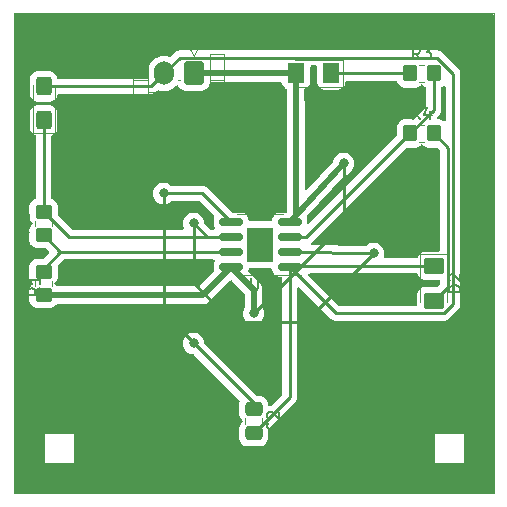
<source format=gbr>
%TF.GenerationSoftware,KiCad,Pcbnew,7.0.8*%
%TF.CreationDate,2023-10-12T16:47:57-07:00*%
%TF.ProjectId,lab2 KiCad,6c616232-204b-4694-9361-642e6b696361,rev?*%
%TF.SameCoordinates,Original*%
%TF.FileFunction,Legend,Bot*%
%TF.FilePolarity,Positive*%
%FSLAX46Y46*%
G04 Gerber Fmt 4.6, Leading zero omitted, Abs format (unit mm)*
G04 Created by KiCad (PCBNEW 7.0.8) date 2023-10-12 16:47:57*
%MOMM*%
%LPD*%
G01*
G04 APERTURE LIST*
G04 Aperture macros list*
%AMRoundRect*
0 Rectangle with rounded corners*
0 $1 Rounding radius*
0 $2 $3 $4 $5 $6 $7 $8 $9 X,Y pos of 4 corners*
0 Add a 4 corners polygon primitive as box body*
4,1,4,$2,$3,$4,$5,$6,$7,$8,$9,$2,$3,0*
0 Add four circle primitives for the rounded corners*
1,1,$1+$1,$2,$3*
1,1,$1+$1,$4,$5*
1,1,$1+$1,$6,$7*
1,1,$1+$1,$8,$9*
0 Add four rect primitives between the rounded corners*
20,1,$1+$1,$2,$3,$4,$5,0*
20,1,$1+$1,$4,$5,$6,$7,0*
20,1,$1+$1,$6,$7,$8,$9,0*
20,1,$1+$1,$8,$9,$2,$3,0*%
G04 Aperture macros list end*
%TA.AperFunction,SMDPad,CuDef*%
%ADD10RoundRect,0.150000X0.825000X0.150000X-0.825000X0.150000X-0.825000X-0.150000X0.825000X-0.150000X0*%
%TD*%
%TA.AperFunction,SMDPad,CuDef*%
%ADD11R,2.290000X3.000000*%
%TD*%
%TA.AperFunction,SMDPad,CuDef*%
%ADD12RoundRect,0.250000X-0.350000X-0.450000X0.350000X-0.450000X0.350000X0.450000X-0.350000X0.450000X0*%
%TD*%
%TA.AperFunction,SMDPad,CuDef*%
%ADD13RoundRect,0.250000X0.450000X-0.350000X0.450000X0.350000X-0.450000X0.350000X-0.450000X-0.350000X0*%
%TD*%
%TA.AperFunction,ComponentPad*%
%ADD14RoundRect,0.250000X0.600000X0.750000X-0.600000X0.750000X-0.600000X-0.750000X0.600000X-0.750000X0*%
%TD*%
%TA.AperFunction,ComponentPad*%
%ADD15O,1.700000X2.000000*%
%TD*%
%TA.AperFunction,SMDPad,CuDef*%
%ADD16RoundRect,0.250001X-0.624999X0.462499X-0.624999X-0.462499X0.624999X-0.462499X0.624999X0.462499X0*%
%TD*%
%TA.AperFunction,SMDPad,CuDef*%
%ADD17RoundRect,0.250001X0.462499X0.624999X-0.462499X0.624999X-0.462499X-0.624999X0.462499X-0.624999X0*%
%TD*%
%TA.AperFunction,SMDPad,CuDef*%
%ADD18RoundRect,0.250000X-0.475000X0.337500X-0.475000X-0.337500X0.475000X-0.337500X0.475000X0.337500X0*%
%TD*%
%TA.AperFunction,SMDPad,CuDef*%
%ADD19RoundRect,0.250000X0.425000X-0.537500X0.425000X0.537500X-0.425000X0.537500X-0.425000X-0.537500X0*%
%TD*%
%TA.AperFunction,ViaPad*%
%ADD20C,0.800000*%
%TD*%
%TA.AperFunction,Conductor*%
%ADD21C,0.500000*%
%TD*%
%TA.AperFunction,Conductor*%
%ADD22C,0.250000*%
%TD*%
%ADD23C,0.150000*%
%ADD24C,0.120000*%
%TA.AperFunction,Profile*%
%ADD25C,0.100000*%
%TD*%
G04 APERTURE END LIST*
D10*
%TO.P,U1,1,GND*%
%TO.N,GND*%
X183385000Y-110375000D03*
%TO.P,U1,2,TR*%
%TO.N,/pin_2*%
X183385000Y-109105000D03*
%TO.P,U1,3,Q*%
%TO.N,/pin_3*%
X183385000Y-107835000D03*
%TO.P,U1,4,R*%
%TO.N,+9V*%
X183385000Y-106565000D03*
%TO.P,U1,5,CV*%
%TO.N,Net-(U1-CV)*%
X178435000Y-106565000D03*
%TO.P,U1,6,THR*%
%TO.N,/pin_2*%
X178435000Y-107835000D03*
%TO.P,U1,7,DIS*%
%TO.N,/pin_7*%
X178435000Y-109105000D03*
%TO.P,U1,8,VCC*%
%TO.N,+9V*%
X178435000Y-110375000D03*
D11*
%TO.P,U1,9*%
%TO.N,N/C*%
X180910000Y-108470000D03*
%TD*%
D12*
%TO.P,R4,1*%
%TO.N,/pin_3*%
X193580000Y-99060000D03*
%TO.P,R4,2*%
%TO.N,Net-(D2-A)*%
X195580000Y-99060000D03*
%TD*%
%TO.P,R3,1*%
%TO.N,Net-(D1-K)*%
X193580000Y-93980000D03*
%TO.P,R3,2*%
%TO.N,/pin_3*%
X195580000Y-93980000D03*
%TD*%
D13*
%TO.P,R2,1*%
%TO.N,/pin_7*%
X162560000Y-107680000D03*
%TO.P,R2,2*%
%TO.N,/pin_2*%
X162560000Y-105680000D03*
%TD*%
%TO.P,R1,1*%
%TO.N,+9V*%
X162560000Y-112760000D03*
%TO.P,R1,2*%
%TO.N,/pin_7*%
X162560000Y-110760000D03*
%TD*%
D14*
%TO.P,J1,1,Pin_1*%
%TO.N,+9V*%
X175260000Y-93980000D03*
D15*
%TO.P,J1,2,Pin_2*%
%TO.N,GND*%
X172760000Y-93980000D03*
%TD*%
D16*
%TO.P,D2,1,K*%
%TO.N,GND*%
X195580000Y-110272500D03*
%TO.P,D2,2,A*%
%TO.N,Net-(D2-A)*%
X195580000Y-113247500D03*
%TD*%
D17*
%TO.P,D1,1,K*%
%TO.N,Net-(D1-K)*%
X186907500Y-93980000D03*
%TO.P,D1,2,A*%
%TO.N,+9V*%
X183932500Y-93980000D03*
%TD*%
D18*
%TO.P,C2,1*%
%TO.N,Net-(U1-CV)*%
X180340000Y-122385000D03*
%TO.P,C2,2*%
%TO.N,GND*%
X180340000Y-124460000D03*
%TD*%
D19*
%TO.P,C1,1*%
%TO.N,/pin_2*%
X162560000Y-97957500D03*
%TO.P,C1,2*%
%TO.N,GND*%
X162560000Y-95082500D03*
%TD*%
D20*
%TO.N,+9V*%
X180340000Y-114300000D03*
X187960000Y-101600000D03*
%TO.N,Net-(U1-CV)*%
X172720000Y-104140000D03*
%TO.N,/pin_2*%
X175260000Y-106680000D03*
X190500000Y-109220000D03*
%TO.N,Net-(U1-CV)*%
X175260000Y-116840000D03*
%TD*%
D21*
%TO.N,+9V*%
X183932500Y-93980000D02*
X175260000Y-93980000D01*
D22*
%TO.N,GND*%
X174085000Y-92655000D02*
X195868174Y-92655000D01*
D21*
%TO.N,+9V*%
X180340000Y-114300000D02*
X180340000Y-112280000D01*
X180340000Y-112280000D02*
X178435000Y-110375000D01*
D22*
X187960000Y-101600000D02*
X187960000Y-101990000D01*
D21*
X183385000Y-106565000D02*
X187960000Y-101600000D01*
D22*
%TO.N,Net-(U1-CV)*%
X172720000Y-104140000D02*
X176010000Y-104140000D01*
X176010000Y-104140000D02*
X178435000Y-106565000D01*
%TO.N,/pin_2*%
X175260000Y-106680000D02*
X176415000Y-107835000D01*
X176415000Y-107835000D02*
X178435000Y-107835000D01*
X190500000Y-109220000D02*
X190385000Y-109105000D01*
X183385000Y-109105000D02*
X190500000Y-109220000D01*
%TO.N,/pin_7*%
X162560000Y-110760000D02*
X162560000Y-110530000D01*
X162560000Y-110530000D02*
X163985000Y-109105000D01*
%TO.N,GND*%
X172760000Y-93980000D02*
X174085000Y-92655000D01*
X195868174Y-92655000D02*
X197230000Y-94016826D01*
X197230000Y-94016826D02*
X197230000Y-113498172D01*
X197230000Y-113498172D02*
X196443172Y-114285000D01*
X196443172Y-114285000D02*
X187295000Y-114285000D01*
X187295000Y-114285000D02*
X183385000Y-110375000D01*
D21*
%TO.N,+9V*%
X162560000Y-112760000D02*
X176050000Y-112760000D01*
X176050000Y-112760000D02*
X178435000Y-110375000D01*
D22*
%TO.N,/pin_7*%
X162560000Y-107680000D02*
X163985000Y-109105000D01*
X163985000Y-109105000D02*
X178435000Y-109105000D01*
%TO.N,/pin_2*%
X162560000Y-105680000D02*
X164715000Y-107835000D01*
X164715000Y-107835000D02*
X178435000Y-107835000D01*
X162560000Y-97957500D02*
X162560000Y-105680000D01*
%TO.N,GND*%
X172760000Y-93980000D02*
X171657500Y-95082500D01*
X171657500Y-95082500D02*
X162560000Y-95082500D01*
D21*
%TO.N,+9V*%
X183932500Y-93980000D02*
X183932500Y-106017500D01*
D22*
X183932500Y-106017500D02*
X183385000Y-106565000D01*
%TO.N,Net-(D1-K)*%
X193580000Y-93980000D02*
X186907500Y-93980000D01*
%TO.N,/pin_3*%
X195580000Y-93980000D02*
X195580000Y-97060000D01*
X195580000Y-97060000D02*
X193580000Y-99060000D01*
X193580000Y-99060000D02*
X184805000Y-107835000D01*
X184805000Y-107835000D02*
X183385000Y-107835000D01*
%TO.N,Net-(D2-A)*%
X195580000Y-113247500D02*
X196780000Y-112047500D01*
X196780000Y-100260000D02*
X195580000Y-99060000D01*
X196780000Y-112047500D02*
X196780000Y-100260000D01*
%TO.N,GND*%
X195580000Y-110272500D02*
X183487500Y-110272500D01*
X183487500Y-110272500D02*
X183385000Y-110375000D01*
X180340000Y-124460000D02*
X183385000Y-121415000D01*
X183385000Y-121415000D02*
X183385000Y-110375000D01*
%TO.N,Net-(U1-CV)*%
X180340000Y-121920000D02*
X175260000Y-116840000D01*
X180340000Y-122385000D02*
X180340000Y-121920000D01*
%TD*%
%TA.AperFunction,NonConductor*%
G36*
X200602539Y-88920185D02*
G01*
X200648294Y-88972989D01*
X200659500Y-89024500D01*
X200659500Y-129415500D01*
X200639815Y-129482539D01*
X200587011Y-129528294D01*
X200535500Y-129539500D01*
X160144500Y-129539500D01*
X160077461Y-129519815D01*
X160031706Y-129467011D01*
X160020500Y-129415500D01*
X160020500Y-126975889D01*
X162559416Y-126975889D01*
X162559459Y-127000001D01*
X162559500Y-127000099D01*
X162559616Y-127000382D01*
X162559618Y-127000384D01*
X162559808Y-127000462D01*
X162560000Y-127000541D01*
X162560002Y-127000539D01*
X162584616Y-127000524D01*
X162584616Y-127000528D01*
X162584760Y-127000500D01*
X165075240Y-127000500D01*
X165075383Y-127000528D01*
X165075384Y-127000524D01*
X165099997Y-127000539D01*
X165100000Y-127000541D01*
X165100383Y-127000383D01*
X165100500Y-127000099D01*
X165100541Y-127000000D01*
X165100540Y-126999997D01*
X165100583Y-126975889D01*
X195579416Y-126975889D01*
X195579459Y-127000001D01*
X195579500Y-127000099D01*
X195579616Y-127000382D01*
X195579618Y-127000384D01*
X195579808Y-127000462D01*
X195580000Y-127000541D01*
X195580002Y-127000539D01*
X195604616Y-127000524D01*
X195604616Y-127000528D01*
X195604760Y-127000500D01*
X198095240Y-127000500D01*
X198095383Y-127000528D01*
X198095384Y-127000524D01*
X198119997Y-127000539D01*
X198120000Y-127000541D01*
X198120383Y-127000383D01*
X198120500Y-127000099D01*
X198120541Y-127000000D01*
X198120540Y-126999997D01*
X198120583Y-126975889D01*
X198120500Y-126975467D01*
X198120500Y-124484759D01*
X198120528Y-124484616D01*
X198120524Y-124484616D01*
X198120539Y-124460002D01*
X198120541Y-124460000D01*
X198120462Y-124459808D01*
X198120384Y-124459618D01*
X198120382Y-124459616D01*
X198120099Y-124459500D01*
X198120000Y-124459459D01*
X198095446Y-124459459D01*
X198095240Y-124459500D01*
X195604760Y-124459500D01*
X195604554Y-124459459D01*
X195580000Y-124459459D01*
X195579901Y-124459500D01*
X195579617Y-124459616D01*
X195579615Y-124459618D01*
X195579459Y-124459999D01*
X195579476Y-124484616D01*
X195579471Y-124484616D01*
X195579500Y-124484759D01*
X195579500Y-126975467D01*
X195579416Y-126975889D01*
X165100583Y-126975889D01*
X165100500Y-126975467D01*
X165100500Y-124484759D01*
X165100528Y-124484616D01*
X165100524Y-124484616D01*
X165100539Y-124460002D01*
X165100541Y-124460000D01*
X165100462Y-124459808D01*
X165100384Y-124459618D01*
X165100382Y-124459616D01*
X165100099Y-124459500D01*
X165100000Y-124459459D01*
X165075446Y-124459459D01*
X165075240Y-124459500D01*
X162584760Y-124459500D01*
X162584554Y-124459459D01*
X162560000Y-124459459D01*
X162559901Y-124459500D01*
X162559617Y-124459616D01*
X162559615Y-124459618D01*
X162559459Y-124459999D01*
X162559476Y-124484616D01*
X162559471Y-124484616D01*
X162559500Y-124484759D01*
X162559500Y-126975467D01*
X162559416Y-126975889D01*
X160020500Y-126975889D01*
X160020500Y-113160001D01*
X161359500Y-113160001D01*
X161359501Y-113160019D01*
X161370000Y-113262796D01*
X161370001Y-113262799D01*
X161398310Y-113348229D01*
X161425186Y-113429334D01*
X161517288Y-113578656D01*
X161641344Y-113702712D01*
X161790666Y-113794814D01*
X161957203Y-113849999D01*
X162059991Y-113860500D01*
X163060008Y-113860499D01*
X163060016Y-113860498D01*
X163060019Y-113860498D01*
X163116302Y-113854748D01*
X163162797Y-113849999D01*
X163329334Y-113794814D01*
X163478656Y-113702712D01*
X163602712Y-113578656D01*
X163608420Y-113569402D01*
X163660368Y-113522678D01*
X163713958Y-113510500D01*
X175986295Y-113510500D01*
X176004265Y-113511809D01*
X176028023Y-113515289D01*
X176080068Y-113510735D01*
X176085470Y-113510500D01*
X176093704Y-113510500D01*
X176093709Y-113510500D01*
X176105327Y-113509141D01*
X176126276Y-113506693D01*
X176139028Y-113505577D01*
X176202797Y-113499999D01*
X176202805Y-113499996D01*
X176209866Y-113498539D01*
X176209878Y-113498598D01*
X176217243Y-113496965D01*
X176217229Y-113496906D01*
X176224246Y-113495241D01*
X176224255Y-113495241D01*
X176296423Y-113468974D01*
X176369334Y-113444814D01*
X176369343Y-113444807D01*
X176375882Y-113441760D01*
X176375908Y-113441816D01*
X176382690Y-113438532D01*
X176382663Y-113438478D01*
X176389106Y-113435240D01*
X176389117Y-113435237D01*
X176453283Y-113393034D01*
X176518656Y-113352712D01*
X176518662Y-113352705D01*
X176524325Y-113348229D01*
X176524362Y-113348277D01*
X176530204Y-113343518D01*
X176530164Y-113343471D01*
X176535691Y-113338832D01*
X176535696Y-113338830D01*
X176588386Y-113282981D01*
X178347318Y-111524047D01*
X178408641Y-111490563D01*
X178478332Y-111495547D01*
X178522680Y-111524048D01*
X179553181Y-112554549D01*
X179586666Y-112615872D01*
X179589500Y-112642230D01*
X179589500Y-113765677D01*
X179572887Y-113827677D01*
X179512821Y-113931714D01*
X179490966Y-113998978D01*
X179454326Y-114111744D01*
X179434540Y-114300000D01*
X179454326Y-114488256D01*
X179454327Y-114488259D01*
X179512818Y-114668277D01*
X179512821Y-114668284D01*
X179607467Y-114832216D01*
X179734129Y-114972888D01*
X179887265Y-115084148D01*
X179887270Y-115084151D01*
X180060192Y-115161142D01*
X180060197Y-115161144D01*
X180245354Y-115200500D01*
X180245355Y-115200500D01*
X180434644Y-115200500D01*
X180434646Y-115200500D01*
X180619803Y-115161144D01*
X180792730Y-115084151D01*
X180945871Y-114972888D01*
X181072533Y-114832216D01*
X181167179Y-114668284D01*
X181225674Y-114488256D01*
X181245460Y-114300000D01*
X181225674Y-114111744D01*
X181167179Y-113931716D01*
X181151669Y-113904852D01*
X181107113Y-113827677D01*
X181090500Y-113765677D01*
X181090500Y-112343705D01*
X181091809Y-112325735D01*
X181093184Y-112316345D01*
X181095289Y-112301977D01*
X181090735Y-112249931D01*
X181090500Y-112244528D01*
X181090500Y-112236297D01*
X181090500Y-112236291D01*
X181086693Y-112203724D01*
X181079999Y-112127203D01*
X181079999Y-112127201D01*
X181078539Y-112120129D01*
X181078597Y-112120116D01*
X181076965Y-112112757D01*
X181076906Y-112112772D01*
X181075242Y-112105753D01*
X181075241Y-112105745D01*
X181048974Y-112033576D01*
X181024814Y-111960666D01*
X181024809Y-111960659D01*
X181021760Y-111954118D01*
X181021815Y-111954091D01*
X181018533Y-111947313D01*
X181018480Y-111947340D01*
X181015235Y-111940880D01*
X180973028Y-111876708D01*
X180932710Y-111811342D01*
X180928234Y-111805682D01*
X180928281Y-111805644D01*
X180923519Y-111799799D01*
X180923474Y-111799838D01*
X180918834Y-111794308D01*
X180862964Y-111741596D01*
X179923734Y-110802366D01*
X179890249Y-110741043D01*
X179892339Y-110680089D01*
X179907598Y-110627569D01*
X179910500Y-110590694D01*
X179910541Y-110589643D01*
X179932836Y-110523426D01*
X179987391Y-110479774D01*
X180034446Y-110470499D01*
X181785554Y-110470499D01*
X181852593Y-110490184D01*
X181898348Y-110542988D01*
X181909459Y-110589643D01*
X181909500Y-110590700D01*
X181912401Y-110627566D01*
X181912402Y-110627573D01*
X181958254Y-110785393D01*
X181958255Y-110785396D01*
X182041917Y-110926862D01*
X182041923Y-110926870D01*
X182158129Y-111043076D01*
X182158133Y-111043079D01*
X182158135Y-111043081D01*
X182299602Y-111126744D01*
X182341224Y-111138836D01*
X182457426Y-111172597D01*
X182457429Y-111172597D01*
X182457431Y-111172598D01*
X182469722Y-111173565D01*
X182494304Y-111175500D01*
X182494306Y-111175500D01*
X182635500Y-111175500D01*
X182702539Y-111195185D01*
X182748294Y-111247989D01*
X182759500Y-111299500D01*
X182759500Y-121104546D01*
X182739815Y-121171585D01*
X182723181Y-121192227D01*
X181777180Y-122138228D01*
X181715857Y-122171713D01*
X181646165Y-122166729D01*
X181590232Y-122124857D01*
X181565815Y-122059393D01*
X181565499Y-122050547D01*
X181565499Y-121997498D01*
X181565498Y-121997481D01*
X181554999Y-121894703D01*
X181554998Y-121894700D01*
X181533383Y-121829471D01*
X181499814Y-121728166D01*
X181407712Y-121578844D01*
X181283656Y-121454788D01*
X181134334Y-121362686D01*
X180967797Y-121307501D01*
X180967795Y-121307500D01*
X180865016Y-121297000D01*
X180865009Y-121297000D01*
X180652952Y-121297000D01*
X180585913Y-121277315D01*
X180565271Y-121260681D01*
X176198960Y-116894369D01*
X176165475Y-116833046D01*
X176163323Y-116819668D01*
X176145674Y-116651744D01*
X176087179Y-116471716D01*
X175992533Y-116307784D01*
X175865871Y-116167112D01*
X175865870Y-116167111D01*
X175712734Y-116055851D01*
X175712729Y-116055848D01*
X175539807Y-115978857D01*
X175539802Y-115978855D01*
X175394001Y-115947865D01*
X175354646Y-115939500D01*
X175165354Y-115939500D01*
X175132897Y-115946398D01*
X174980197Y-115978855D01*
X174980192Y-115978857D01*
X174807270Y-116055848D01*
X174807265Y-116055851D01*
X174654129Y-116167111D01*
X174527466Y-116307785D01*
X174432821Y-116471715D01*
X174432818Y-116471722D01*
X174374327Y-116651740D01*
X174374326Y-116651744D01*
X174354540Y-116840000D01*
X174374326Y-117028256D01*
X174374327Y-117028259D01*
X174432818Y-117208277D01*
X174432821Y-117208284D01*
X174527467Y-117372216D01*
X174654129Y-117512888D01*
X174807265Y-117624148D01*
X174807270Y-117624151D01*
X174980192Y-117701142D01*
X174980197Y-117701144D01*
X175165354Y-117740500D01*
X175224548Y-117740500D01*
X175291587Y-117760185D01*
X175312229Y-117776819D01*
X179146858Y-121611449D01*
X179180343Y-121672772D01*
X179176883Y-121738133D01*
X179148429Y-121824001D01*
X179125001Y-121894703D01*
X179125000Y-121894704D01*
X179114500Y-121997483D01*
X179114500Y-122772501D01*
X179114501Y-122772519D01*
X179125000Y-122875296D01*
X179125001Y-122875299D01*
X179180185Y-123041831D01*
X179180187Y-123041836D01*
X179272289Y-123191157D01*
X179396346Y-123315214D01*
X179399182Y-123316963D01*
X179400717Y-123318670D01*
X179402011Y-123319693D01*
X179401836Y-123319914D01*
X179445905Y-123368911D01*
X179457126Y-123437874D01*
X179429282Y-123501956D01*
X179399182Y-123528037D01*
X179396346Y-123529785D01*
X179272289Y-123653842D01*
X179180187Y-123803163D01*
X179180186Y-123803166D01*
X179125001Y-123969703D01*
X179125001Y-123969704D01*
X179125000Y-123969704D01*
X179114500Y-124072483D01*
X179114500Y-124847501D01*
X179114501Y-124847519D01*
X179125000Y-124950296D01*
X179125001Y-124950299D01*
X179180185Y-125116831D01*
X179180186Y-125116834D01*
X179272288Y-125266156D01*
X179396344Y-125390212D01*
X179545666Y-125482314D01*
X179712203Y-125537499D01*
X179814991Y-125548000D01*
X180865008Y-125547999D01*
X180865016Y-125547998D01*
X180865019Y-125547998D01*
X180921302Y-125542248D01*
X180967797Y-125537499D01*
X181134334Y-125482314D01*
X181283656Y-125390212D01*
X181407712Y-125266156D01*
X181499814Y-125116834D01*
X181554999Y-124950297D01*
X181565500Y-124847509D01*
X181565499Y-124170451D01*
X181585183Y-124103413D01*
X181601813Y-124082776D01*
X183768788Y-121915801D01*
X183781042Y-121905986D01*
X183780859Y-121905764D01*
X183786866Y-121900792D01*
X183786877Y-121900786D01*
X183817775Y-121867882D01*
X183834227Y-121850364D01*
X183844671Y-121839918D01*
X183855120Y-121829471D01*
X183859379Y-121823978D01*
X183863152Y-121819561D01*
X183895062Y-121785582D01*
X183904713Y-121768024D01*
X183915396Y-121751761D01*
X183927673Y-121735936D01*
X183946185Y-121693153D01*
X183948738Y-121687941D01*
X183971197Y-121647092D01*
X183976180Y-121627680D01*
X183982481Y-121609280D01*
X183990437Y-121590896D01*
X183997729Y-121544852D01*
X183998906Y-121539171D01*
X184010500Y-121494019D01*
X184010500Y-121473983D01*
X184012027Y-121454582D01*
X184015160Y-121434804D01*
X184010775Y-121388415D01*
X184010500Y-121382577D01*
X184010500Y-112184452D01*
X184030185Y-112117413D01*
X184082989Y-112071658D01*
X184152147Y-112061714D01*
X184215703Y-112090739D01*
X184222179Y-112096769D01*
X185518443Y-113393034D01*
X186794197Y-114668788D01*
X186804022Y-114681051D01*
X186804243Y-114680869D01*
X186809214Y-114686878D01*
X186830043Y-114706437D01*
X186859635Y-114734226D01*
X186880529Y-114755120D01*
X186886011Y-114759373D01*
X186890443Y-114763157D01*
X186924418Y-114795062D01*
X186941976Y-114804714D01*
X186958233Y-114815393D01*
X186974064Y-114827673D01*
X186993737Y-114836186D01*
X187016833Y-114846182D01*
X187022077Y-114848750D01*
X187062908Y-114871197D01*
X187075523Y-114874435D01*
X187082305Y-114876177D01*
X187100719Y-114882481D01*
X187119104Y-114890438D01*
X187165157Y-114897732D01*
X187170826Y-114898906D01*
X187215981Y-114910500D01*
X187236016Y-114910500D01*
X187255413Y-114912026D01*
X187275196Y-114915160D01*
X187321584Y-114910775D01*
X187327422Y-114910500D01*
X196360429Y-114910500D01*
X196376049Y-114912224D01*
X196376076Y-114911939D01*
X196383832Y-114912671D01*
X196383839Y-114912673D01*
X196452986Y-114910500D01*
X196482522Y-114910500D01*
X196489400Y-114909630D01*
X196495213Y-114909172D01*
X196541799Y-114907709D01*
X196561041Y-114902117D01*
X196580084Y-114898174D01*
X196599964Y-114895664D01*
X196643294Y-114878507D01*
X196648818Y-114876617D01*
X196652568Y-114875527D01*
X196693562Y-114863618D01*
X196710801Y-114853422D01*
X196728275Y-114844862D01*
X196746899Y-114837488D01*
X196746899Y-114837487D01*
X196746904Y-114837486D01*
X196784621Y-114810082D01*
X196789477Y-114806892D01*
X196829592Y-114783170D01*
X196843761Y-114768999D01*
X196858551Y-114756368D01*
X196874759Y-114744594D01*
X196904471Y-114708676D01*
X196908384Y-114704376D01*
X197613787Y-113998974D01*
X197626042Y-113989158D01*
X197625859Y-113988936D01*
X197631866Y-113983964D01*
X197631877Y-113983958D01*
X197662775Y-113951054D01*
X197679227Y-113933536D01*
X197689671Y-113923090D01*
X197700120Y-113912643D01*
X197704379Y-113907150D01*
X197708152Y-113902733D01*
X197740062Y-113868754D01*
X197749715Y-113851192D01*
X197760389Y-113834942D01*
X197772673Y-113819108D01*
X197791180Y-113776339D01*
X197793749Y-113771096D01*
X197816196Y-113730265D01*
X197816197Y-113730264D01*
X197821177Y-113710863D01*
X197827478Y-113692460D01*
X197835438Y-113674068D01*
X197842730Y-113628021D01*
X197843911Y-113622324D01*
X197855500Y-113577191D01*
X197855500Y-113557155D01*
X197857027Y-113537754D01*
X197857384Y-113535500D01*
X197860160Y-113517976D01*
X197855775Y-113471587D01*
X197855500Y-113465749D01*
X197855500Y-94099568D01*
X197857224Y-94083948D01*
X197856939Y-94083922D01*
X197857671Y-94076166D01*
X197857673Y-94076159D01*
X197855500Y-94007011D01*
X197855500Y-93977476D01*
X197854631Y-93970598D01*
X197854172Y-93964769D01*
X197852709Y-93918198D01*
X197847122Y-93898970D01*
X197843174Y-93879910D01*
X197840663Y-93860030D01*
X197823512Y-93816713D01*
X197821619Y-93811184D01*
X197808618Y-93766435D01*
X197808616Y-93766432D01*
X197798423Y-93749197D01*
X197789861Y-93731720D01*
X197782487Y-93713096D01*
X197782486Y-93713094D01*
X197755079Y-93675371D01*
X197751888Y-93670512D01*
X197728172Y-93630409D01*
X197728165Y-93630400D01*
X197714006Y-93616241D01*
X197701368Y-93601445D01*
X197696385Y-93594586D01*
X197689594Y-93585239D01*
X197653688Y-93555535D01*
X197649376Y-93551612D01*
X196368977Y-92271212D01*
X196359154Y-92258950D01*
X196358933Y-92259134D01*
X196353960Y-92253123D01*
X196335333Y-92235631D01*
X196303538Y-92205773D01*
X196293093Y-92195328D01*
X196282649Y-92184883D01*
X196277160Y-92180625D01*
X196272735Y-92176847D01*
X196238756Y-92144938D01*
X196238754Y-92144936D01*
X196238751Y-92144935D01*
X196221203Y-92135288D01*
X196204937Y-92124604D01*
X196189107Y-92112325D01*
X196146342Y-92093818D01*
X196141096Y-92091248D01*
X196100267Y-92068803D01*
X196100266Y-92068802D01*
X196080867Y-92063822D01*
X196062455Y-92057518D01*
X196044072Y-92049562D01*
X196044066Y-92049560D01*
X195998048Y-92042272D01*
X195992326Y-92041087D01*
X195947195Y-92029500D01*
X195947193Y-92029500D01*
X195927158Y-92029500D01*
X195907760Y-92027973D01*
X195900336Y-92026797D01*
X195887979Y-92024840D01*
X195887978Y-92024840D01*
X195841590Y-92029225D01*
X195835752Y-92029500D01*
X174167743Y-92029500D01*
X174152122Y-92027775D01*
X174152096Y-92028061D01*
X174144334Y-92027327D01*
X174144333Y-92027327D01*
X174075186Y-92029500D01*
X174045649Y-92029500D01*
X174038766Y-92030369D01*
X174032949Y-92030826D01*
X173986373Y-92032290D01*
X173967129Y-92037881D01*
X173948079Y-92041825D01*
X173928211Y-92044334D01*
X173884884Y-92061488D01*
X173879358Y-92063379D01*
X173834614Y-92076379D01*
X173834610Y-92076381D01*
X173817366Y-92086579D01*
X173799905Y-92095133D01*
X173781274Y-92102510D01*
X173781262Y-92102517D01*
X173743570Y-92129902D01*
X173738687Y-92133109D01*
X173698580Y-92156829D01*
X173684414Y-92170995D01*
X173669624Y-92183627D01*
X173653414Y-92195404D01*
X173653411Y-92195407D01*
X173623710Y-92231309D01*
X173619777Y-92235631D01*
X173333948Y-92521460D01*
X173272625Y-92554945D01*
X173214174Y-92553554D01*
X172995413Y-92494938D01*
X172995403Y-92494936D01*
X172760001Y-92474341D01*
X172759999Y-92474341D01*
X172524596Y-92494936D01*
X172524586Y-92494938D01*
X172296344Y-92556094D01*
X172296335Y-92556098D01*
X172082171Y-92655964D01*
X172082169Y-92655965D01*
X171888597Y-92791505D01*
X171721505Y-92958597D01*
X171585965Y-93152169D01*
X171585964Y-93152171D01*
X171486098Y-93366335D01*
X171486094Y-93366344D01*
X171424938Y-93594586D01*
X171424936Y-93594596D01*
X171409500Y-93771034D01*
X171409500Y-94188966D01*
X171421156Y-94322192D01*
X171407390Y-94390692D01*
X171358774Y-94440875D01*
X171297628Y-94457000D01*
X163836012Y-94457000D01*
X163768973Y-94437315D01*
X163723218Y-94384511D01*
X163718306Y-94372004D01*
X163701800Y-94322192D01*
X163669814Y-94225666D01*
X163577712Y-94076344D01*
X163453656Y-93952288D01*
X163304334Y-93860186D01*
X163137797Y-93805001D01*
X163137795Y-93805000D01*
X163035010Y-93794500D01*
X162084998Y-93794500D01*
X162084980Y-93794501D01*
X161982203Y-93805000D01*
X161982200Y-93805001D01*
X161815668Y-93860185D01*
X161815663Y-93860187D01*
X161666342Y-93952289D01*
X161542289Y-94076342D01*
X161450187Y-94225663D01*
X161450186Y-94225666D01*
X161395001Y-94392203D01*
X161395001Y-94392204D01*
X161395000Y-94392204D01*
X161384500Y-94494983D01*
X161384500Y-95670001D01*
X161384501Y-95670018D01*
X161395000Y-95772796D01*
X161395001Y-95772799D01*
X161401694Y-95792996D01*
X161450186Y-95939334D01*
X161542288Y-96088656D01*
X161666344Y-96212712D01*
X161815666Y-96304814D01*
X161982203Y-96359999D01*
X162084991Y-96370500D01*
X163035008Y-96370499D01*
X163035016Y-96370498D01*
X163035019Y-96370498D01*
X163091302Y-96364748D01*
X163137797Y-96359999D01*
X163304334Y-96304814D01*
X163453656Y-96212712D01*
X163577712Y-96088656D01*
X163669814Y-95939334D01*
X163718306Y-95792994D01*
X163758077Y-95735551D01*
X163822593Y-95708728D01*
X163836011Y-95708000D01*
X171574757Y-95708000D01*
X171590377Y-95709724D01*
X171590404Y-95709439D01*
X171598160Y-95710171D01*
X171598167Y-95710173D01*
X171667314Y-95708000D01*
X171696850Y-95708000D01*
X171703728Y-95707130D01*
X171709541Y-95706672D01*
X171756127Y-95705209D01*
X171775369Y-95699617D01*
X171794412Y-95695674D01*
X171814292Y-95693164D01*
X171857622Y-95676007D01*
X171863146Y-95674117D01*
X171866896Y-95673027D01*
X171907890Y-95661118D01*
X171925129Y-95650922D01*
X171942603Y-95642362D01*
X171961227Y-95634988D01*
X171961227Y-95634987D01*
X171961232Y-95634986D01*
X171998949Y-95607582D01*
X172003805Y-95604392D01*
X172043920Y-95580670D01*
X172058089Y-95566499D01*
X172072879Y-95553868D01*
X172089087Y-95542094D01*
X172118799Y-95506176D01*
X172122712Y-95501876D01*
X172186051Y-95438537D01*
X172247372Y-95405054D01*
X172305823Y-95406445D01*
X172393984Y-95430067D01*
X172524592Y-95465063D01*
X172701034Y-95480500D01*
X172759999Y-95485659D01*
X172760000Y-95485659D01*
X172760001Y-95485659D01*
X172818966Y-95480500D01*
X172995408Y-95465063D01*
X173223663Y-95403903D01*
X173437829Y-95304035D01*
X173631401Y-95168495D01*
X173778602Y-95021293D01*
X173839924Y-94987810D01*
X173909615Y-94992794D01*
X173965549Y-95034665D01*
X173971821Y-95043879D01*
X173975186Y-95049334D01*
X174067288Y-95198656D01*
X174191344Y-95322712D01*
X174340666Y-95414814D01*
X174507203Y-95469999D01*
X174609991Y-95480500D01*
X175910008Y-95480499D01*
X176012797Y-95469999D01*
X176179334Y-95414814D01*
X176328656Y-95322712D01*
X176452712Y-95198656D01*
X176544814Y-95049334D01*
X176599999Y-94882797D01*
X176604177Y-94841896D01*
X176630573Y-94777207D01*
X176687753Y-94737055D01*
X176727535Y-94730500D01*
X182631415Y-94730500D01*
X182698454Y-94750185D01*
X182744209Y-94802989D01*
X182749118Y-94815489D01*
X182769045Y-94875626D01*
X182785186Y-94924335D01*
X182785187Y-94924337D01*
X182877286Y-95073651D01*
X182877289Y-95073655D01*
X183001345Y-95197711D01*
X183123099Y-95272810D01*
X183169821Y-95324756D01*
X183182000Y-95378347D01*
X183182000Y-105629355D01*
X183162315Y-105696394D01*
X183149192Y-105713379D01*
X183138923Y-105724524D01*
X183079020Y-105760488D01*
X183047731Y-105764500D01*
X182494304Y-105764500D01*
X182457432Y-105767401D01*
X182457426Y-105767402D01*
X182299606Y-105813254D01*
X182299603Y-105813255D01*
X182158137Y-105896917D01*
X182158129Y-105896923D01*
X182041923Y-106013129D01*
X182041917Y-106013137D01*
X181958255Y-106154603D01*
X181958254Y-106154606D01*
X181912402Y-106312426D01*
X181912401Y-106312433D01*
X181909500Y-106349300D01*
X181909459Y-106350357D01*
X181887164Y-106416574D01*
X181832608Y-106460225D01*
X181785554Y-106469500D01*
X180034446Y-106469500D01*
X179967407Y-106449815D01*
X179921652Y-106397011D01*
X179910541Y-106350357D01*
X179910500Y-106349300D01*
X179907598Y-106312433D01*
X179907597Y-106312426D01*
X179861745Y-106154606D01*
X179861744Y-106154603D01*
X179861744Y-106154602D01*
X179778081Y-106013135D01*
X179778079Y-106013133D01*
X179778076Y-106013129D01*
X179661870Y-105896923D01*
X179661862Y-105896917D01*
X179520396Y-105813255D01*
X179520393Y-105813254D01*
X179362573Y-105767402D01*
X179362567Y-105767401D01*
X179325696Y-105764500D01*
X179325694Y-105764500D01*
X178570452Y-105764500D01*
X178503413Y-105744815D01*
X178482771Y-105728181D01*
X176510803Y-103756212D01*
X176500980Y-103743950D01*
X176500759Y-103744134D01*
X176495786Y-103738123D01*
X176445364Y-103690773D01*
X176434919Y-103680328D01*
X176424475Y-103669883D01*
X176418986Y-103665625D01*
X176414561Y-103661847D01*
X176380582Y-103629938D01*
X176380580Y-103629936D01*
X176380577Y-103629935D01*
X176363029Y-103620288D01*
X176346763Y-103609604D01*
X176330933Y-103597325D01*
X176288168Y-103578818D01*
X176282922Y-103576248D01*
X176242093Y-103553803D01*
X176242092Y-103553802D01*
X176222693Y-103548822D01*
X176204281Y-103542518D01*
X176185898Y-103534562D01*
X176185892Y-103534560D01*
X176139874Y-103527272D01*
X176134152Y-103526087D01*
X176089021Y-103514500D01*
X176089019Y-103514500D01*
X176068984Y-103514500D01*
X176049586Y-103512973D01*
X176042162Y-103511797D01*
X176029805Y-103509840D01*
X176029804Y-103509840D01*
X175983416Y-103514225D01*
X175977578Y-103514500D01*
X173423748Y-103514500D01*
X173356709Y-103494815D01*
X173331600Y-103473474D01*
X173325873Y-103467114D01*
X173325869Y-103467110D01*
X173172734Y-103355851D01*
X173172729Y-103355848D01*
X172999807Y-103278857D01*
X172999802Y-103278855D01*
X172854001Y-103247865D01*
X172814646Y-103239500D01*
X172625354Y-103239500D01*
X172592897Y-103246398D01*
X172440197Y-103278855D01*
X172440192Y-103278857D01*
X172267270Y-103355848D01*
X172267265Y-103355851D01*
X172114129Y-103467111D01*
X171987466Y-103607785D01*
X171892821Y-103771715D01*
X171892818Y-103771722D01*
X171834327Y-103951740D01*
X171834326Y-103951744D01*
X171814540Y-104140000D01*
X171834326Y-104328256D01*
X171834327Y-104328259D01*
X171892818Y-104508277D01*
X171892821Y-104508284D01*
X171987467Y-104672216D01*
X172089185Y-104785185D01*
X172114129Y-104812888D01*
X172267265Y-104924148D01*
X172267270Y-104924151D01*
X172440192Y-105001142D01*
X172440197Y-105001144D01*
X172625354Y-105040500D01*
X172625355Y-105040500D01*
X172814644Y-105040500D01*
X172814646Y-105040500D01*
X172999803Y-105001144D01*
X173172730Y-104924151D01*
X173325871Y-104812888D01*
X173328788Y-104809647D01*
X173331600Y-104806526D01*
X173391087Y-104769879D01*
X173423748Y-104765500D01*
X175699548Y-104765500D01*
X175766587Y-104785185D01*
X175787229Y-104801819D01*
X176989206Y-106003796D01*
X177022691Y-106065119D01*
X177017707Y-106134811D01*
X177008268Y-106154579D01*
X177008260Y-106154591D01*
X177008254Y-106154606D01*
X176962402Y-106312426D01*
X176962401Y-106312432D01*
X176959500Y-106349304D01*
X176959500Y-106780696D01*
X176962401Y-106817567D01*
X176962402Y-106817573D01*
X177008254Y-106975393D01*
X177008254Y-106975394D01*
X177036041Y-107022380D01*
X177053222Y-107090104D01*
X177031062Y-107156366D01*
X176976596Y-107200129D01*
X176929308Y-107209500D01*
X176725452Y-107209500D01*
X176658413Y-107189815D01*
X176637771Y-107173181D01*
X176198960Y-106734369D01*
X176165475Y-106673046D01*
X176163323Y-106659668D01*
X176145674Y-106491744D01*
X176087179Y-106311716D01*
X175992533Y-106147784D01*
X175865871Y-106007112D01*
X175816035Y-105970904D01*
X175712734Y-105895851D01*
X175712729Y-105895848D01*
X175539807Y-105818857D01*
X175539802Y-105818855D01*
X175394001Y-105787865D01*
X175354646Y-105779500D01*
X175165354Y-105779500D01*
X175132897Y-105786398D01*
X174980197Y-105818855D01*
X174980192Y-105818857D01*
X174807270Y-105895848D01*
X174807265Y-105895851D01*
X174654129Y-106007111D01*
X174527466Y-106147785D01*
X174432821Y-106311715D01*
X174432818Y-106311722D01*
X174374327Y-106491740D01*
X174374326Y-106491744D01*
X174354540Y-106680000D01*
X174374326Y-106868256D01*
X174409137Y-106975394D01*
X174432463Y-107047182D01*
X174434458Y-107117023D01*
X174398378Y-107176856D01*
X174335677Y-107207684D01*
X174314532Y-107209500D01*
X165025453Y-107209500D01*
X164958414Y-107189815D01*
X164937772Y-107173181D01*
X163796818Y-106032227D01*
X163763333Y-105970904D01*
X163760499Y-105944546D01*
X163760499Y-105279998D01*
X163760498Y-105279981D01*
X163749999Y-105177203D01*
X163749998Y-105177200D01*
X163694814Y-105010666D01*
X163602712Y-104861344D01*
X163478656Y-104737288D01*
X163329334Y-104645186D01*
X163270493Y-104625688D01*
X163213051Y-104585916D01*
X163186228Y-104521400D01*
X163185500Y-104507983D01*
X163185500Y-99308732D01*
X163205185Y-99241693D01*
X163257989Y-99195938D01*
X163270495Y-99191026D01*
X163304334Y-99179814D01*
X163453656Y-99087712D01*
X163577712Y-98963656D01*
X163669814Y-98814334D01*
X163724999Y-98647797D01*
X163735500Y-98545009D01*
X163735499Y-97369992D01*
X163724999Y-97267203D01*
X163669814Y-97100666D01*
X163577712Y-96951344D01*
X163453656Y-96827288D01*
X163360888Y-96770069D01*
X163304336Y-96735187D01*
X163304331Y-96735185D01*
X163302862Y-96734698D01*
X163137797Y-96680001D01*
X163137795Y-96680000D01*
X163035010Y-96669500D01*
X162084998Y-96669500D01*
X162084980Y-96669501D01*
X161982203Y-96680000D01*
X161982200Y-96680001D01*
X161815668Y-96735185D01*
X161815663Y-96735187D01*
X161666342Y-96827289D01*
X161542289Y-96951342D01*
X161450187Y-97100663D01*
X161450186Y-97100666D01*
X161395001Y-97267203D01*
X161395001Y-97267204D01*
X161395000Y-97267204D01*
X161384500Y-97369983D01*
X161384500Y-98545001D01*
X161384501Y-98545018D01*
X161395000Y-98647796D01*
X161395001Y-98647799D01*
X161450185Y-98814331D01*
X161450186Y-98814334D01*
X161542288Y-98963656D01*
X161666344Y-99087712D01*
X161815666Y-99179814D01*
X161849500Y-99191025D01*
X161906947Y-99230796D01*
X161933772Y-99295311D01*
X161934500Y-99308732D01*
X161934500Y-104507983D01*
X161914815Y-104575022D01*
X161862011Y-104620777D01*
X161849510Y-104625686D01*
X161790666Y-104645186D01*
X161790663Y-104645187D01*
X161641342Y-104737289D01*
X161517289Y-104861342D01*
X161425187Y-105010663D01*
X161425186Y-105010666D01*
X161370001Y-105177203D01*
X161370001Y-105177204D01*
X161370000Y-105177204D01*
X161359500Y-105279983D01*
X161359500Y-106080001D01*
X161359501Y-106080019D01*
X161370000Y-106182796D01*
X161370001Y-106182799D01*
X161412958Y-106312432D01*
X161425186Y-106349334D01*
X161513022Y-106491740D01*
X161517289Y-106498657D01*
X161610951Y-106592319D01*
X161644436Y-106653642D01*
X161639452Y-106723334D01*
X161610951Y-106767681D01*
X161517289Y-106861342D01*
X161425187Y-107010663D01*
X161425185Y-107010668D01*
X161398863Y-107090104D01*
X161370001Y-107177203D01*
X161370001Y-107177204D01*
X161370000Y-107177204D01*
X161359500Y-107279983D01*
X161359500Y-108080001D01*
X161359501Y-108080019D01*
X161370000Y-108182796D01*
X161370001Y-108182799D01*
X161425185Y-108349331D01*
X161425187Y-108349336D01*
X161448718Y-108387486D01*
X161517288Y-108498656D01*
X161641344Y-108622712D01*
X161790666Y-108714814D01*
X161957203Y-108769999D01*
X162059991Y-108780500D01*
X162724546Y-108780499D01*
X162791585Y-108800183D01*
X162812227Y-108816818D01*
X163012727Y-109017318D01*
X163046212Y-109078641D01*
X163041228Y-109148333D01*
X163012727Y-109192680D01*
X162582226Y-109623181D01*
X162520903Y-109656666D01*
X162494545Y-109659500D01*
X162059998Y-109659500D01*
X162059980Y-109659501D01*
X161957203Y-109670000D01*
X161957200Y-109670001D01*
X161790668Y-109725185D01*
X161790663Y-109725187D01*
X161641342Y-109817289D01*
X161517289Y-109941342D01*
X161425187Y-110090663D01*
X161425186Y-110090666D01*
X161370001Y-110257203D01*
X161370001Y-110257204D01*
X161370000Y-110257204D01*
X161359500Y-110359983D01*
X161359500Y-111160001D01*
X161359501Y-111160019D01*
X161370000Y-111262796D01*
X161370001Y-111262799D01*
X161425185Y-111429331D01*
X161425187Y-111429336D01*
X161517289Y-111578657D01*
X161610951Y-111672319D01*
X161644436Y-111733642D01*
X161639452Y-111803334D01*
X161610951Y-111847681D01*
X161517289Y-111941342D01*
X161425187Y-112090663D01*
X161425185Y-112090668D01*
X161420189Y-112105745D01*
X161370001Y-112257203D01*
X161370001Y-112257204D01*
X161370000Y-112257204D01*
X161359500Y-112359983D01*
X161359500Y-113160001D01*
X160020500Y-113160001D01*
X160020500Y-89024500D01*
X160040185Y-88957461D01*
X160092989Y-88911706D01*
X160144500Y-88900500D01*
X200535500Y-88900500D01*
X200602539Y-88920185D01*
G37*
%TD.AperFunction*%
%TA.AperFunction,NonConductor*%
G36*
X196537025Y-95005710D02*
G01*
X196587721Y-95053789D01*
X196604500Y-95116077D01*
X196604500Y-97923922D01*
X196584815Y-97990961D01*
X196532011Y-98036716D01*
X196462853Y-98046660D01*
X196403593Y-98021191D01*
X196398661Y-98017292D01*
X196398658Y-98017290D01*
X196398656Y-98017288D01*
X196249334Y-97925186D01*
X196082797Y-97870001D01*
X196082795Y-97870000D01*
X195980016Y-97859500D01*
X195980009Y-97859500D01*
X195964452Y-97859500D01*
X195897413Y-97839815D01*
X195851658Y-97787011D01*
X195841714Y-97717853D01*
X195870739Y-97654297D01*
X195876756Y-97647833D01*
X195963792Y-97560797D01*
X195976042Y-97550985D01*
X195975859Y-97550764D01*
X195981866Y-97545792D01*
X195981877Y-97545786D01*
X196012775Y-97512882D01*
X196029227Y-97495364D01*
X196039671Y-97484918D01*
X196050120Y-97474471D01*
X196054379Y-97468978D01*
X196058152Y-97464561D01*
X196090062Y-97430582D01*
X196099713Y-97413024D01*
X196110396Y-97396761D01*
X196122673Y-97380936D01*
X196141185Y-97338153D01*
X196143738Y-97332941D01*
X196166197Y-97292092D01*
X196171180Y-97272680D01*
X196177481Y-97254280D01*
X196185437Y-97235896D01*
X196192729Y-97189852D01*
X196193906Y-97184171D01*
X196205500Y-97139019D01*
X196205500Y-97118983D01*
X196207027Y-97099582D01*
X196210160Y-97079804D01*
X196205775Y-97033415D01*
X196205500Y-97027577D01*
X196205500Y-95211057D01*
X196225185Y-95144018D01*
X196264401Y-95105520D01*
X196398656Y-95022712D01*
X196398660Y-95022707D01*
X196403587Y-95018812D01*
X196468382Y-94992671D01*
X196537025Y-95005710D01*
G37*
%TD.AperFunction*%
%TA.AperFunction,NonConductor*%
G36*
X185637539Y-93300185D02*
G01*
X185683294Y-93352989D01*
X185694500Y-93404500D01*
X185694500Y-94655015D01*
X185705000Y-94757795D01*
X185705001Y-94757797D01*
X185719976Y-94802989D01*
X185760186Y-94924335D01*
X185760187Y-94924337D01*
X185852286Y-95073651D01*
X185852289Y-95073655D01*
X185976344Y-95197710D01*
X185976348Y-95197713D01*
X186125662Y-95289812D01*
X186125664Y-95289813D01*
X186125666Y-95289814D01*
X186292203Y-95344999D01*
X186394992Y-95355500D01*
X186394997Y-95355500D01*
X187420003Y-95355500D01*
X187420008Y-95355500D01*
X187522797Y-95344999D01*
X187689334Y-95289814D01*
X187838655Y-95197711D01*
X187962711Y-95073655D01*
X188054814Y-94924334D01*
X188109999Y-94757797D01*
X188114177Y-94716897D01*
X188140573Y-94652207D01*
X188197753Y-94612055D01*
X188237535Y-94605500D01*
X192407983Y-94605500D01*
X192475022Y-94625185D01*
X192520777Y-94677989D01*
X192525689Y-94690495D01*
X192545186Y-94749333D01*
X192545187Y-94749336D01*
X192562378Y-94777207D01*
X192637288Y-94898656D01*
X192761344Y-95022712D01*
X192910666Y-95114814D01*
X193077203Y-95169999D01*
X193179991Y-95180500D01*
X193980008Y-95180499D01*
X193980016Y-95180498D01*
X193980019Y-95180498D01*
X194036302Y-95174748D01*
X194082797Y-95169999D01*
X194249334Y-95114814D01*
X194398656Y-95022712D01*
X194492319Y-94929049D01*
X194553642Y-94895564D01*
X194623334Y-94900548D01*
X194667681Y-94929049D01*
X194761344Y-95022712D01*
X194895597Y-95105519D01*
X194942321Y-95157465D01*
X194954500Y-95211057D01*
X194954500Y-96749546D01*
X194934815Y-96816585D01*
X194918181Y-96837227D01*
X193932226Y-97823181D01*
X193870903Y-97856666D01*
X193844545Y-97859500D01*
X193179998Y-97859500D01*
X193179980Y-97859501D01*
X193077203Y-97870000D01*
X193077200Y-97870001D01*
X192910668Y-97925185D01*
X192910663Y-97925187D01*
X192761342Y-98017289D01*
X192637289Y-98141342D01*
X192545187Y-98290663D01*
X192545186Y-98290666D01*
X192490001Y-98457203D01*
X192490001Y-98457204D01*
X192490000Y-98457204D01*
X192479500Y-98559983D01*
X192479500Y-99224546D01*
X192459815Y-99291585D01*
X192443181Y-99312227D01*
X185072181Y-106683227D01*
X185010858Y-106716712D01*
X184941166Y-106711728D01*
X184885233Y-106669856D01*
X184860816Y-106604392D01*
X184860500Y-106595546D01*
X184860500Y-106349304D01*
X184857598Y-106312432D01*
X184857597Y-106312426D01*
X184824537Y-106198635D01*
X184824736Y-106128766D01*
X184852420Y-106080017D01*
X188016877Y-102645803D01*
X188071198Y-102613194D01*
X188070718Y-102611715D01*
X188080550Y-102608520D01*
X188228441Y-102560467D01*
X188361877Y-102475786D01*
X188470062Y-102360582D01*
X188473259Y-102354765D01*
X188509040Y-102314177D01*
X188565871Y-102272888D01*
X188692533Y-102132216D01*
X188787179Y-101968284D01*
X188845674Y-101788256D01*
X188865460Y-101600000D01*
X188845674Y-101411744D01*
X188787179Y-101231716D01*
X188692533Y-101067784D01*
X188565871Y-100927112D01*
X188565870Y-100927111D01*
X188412734Y-100815851D01*
X188412729Y-100815848D01*
X188239807Y-100738857D01*
X188239802Y-100738855D01*
X188094001Y-100707865D01*
X188054646Y-100699500D01*
X187865354Y-100699500D01*
X187832897Y-100706398D01*
X187680197Y-100738855D01*
X187680192Y-100738857D01*
X187507270Y-100815848D01*
X187507265Y-100815851D01*
X187354129Y-100927111D01*
X187227466Y-101067785D01*
X187132821Y-101231715D01*
X187132818Y-101231722D01*
X187074327Y-101411739D01*
X187074325Y-101411746D01*
X187073648Y-101418191D01*
X187047058Y-101482804D01*
X187041518Y-101489246D01*
X184898190Y-103815285D01*
X184838285Y-103851246D01*
X184768448Y-103849113D01*
X184710851Y-103809561D01*
X184683780Y-103745149D01*
X184683000Y-103731258D01*
X184683000Y-95378347D01*
X184702685Y-95311308D01*
X184741899Y-95272810D01*
X184863655Y-95197711D01*
X184987711Y-95073655D01*
X185079814Y-94924334D01*
X185134999Y-94757797D01*
X185145500Y-94655008D01*
X185145500Y-93404500D01*
X185165185Y-93337461D01*
X185217989Y-93291706D01*
X185269500Y-93280500D01*
X185570500Y-93280500D01*
X185637539Y-93300185D01*
G37*
%TD.AperFunction*%
%TA.AperFunction,NonConductor*%
G36*
X194623334Y-99980548D02*
G01*
X194667681Y-100009049D01*
X194761344Y-100102712D01*
X194910666Y-100194814D01*
X195077203Y-100249999D01*
X195179991Y-100260500D01*
X195844546Y-100260499D01*
X195911585Y-100280183D01*
X195932227Y-100296818D01*
X196118181Y-100482771D01*
X196151666Y-100544094D01*
X196154500Y-100570452D01*
X196154500Y-108935500D01*
X196134815Y-109002539D01*
X196082011Y-109048294D01*
X196030500Y-109059500D01*
X194904984Y-109059500D01*
X194802204Y-109070000D01*
X194802203Y-109070001D01*
X194635664Y-109125186D01*
X194635662Y-109125187D01*
X194486348Y-109217286D01*
X194486344Y-109217289D01*
X194362289Y-109341344D01*
X194362286Y-109341348D01*
X194270190Y-109490657D01*
X194270185Y-109490668D01*
X194246547Y-109562004D01*
X194206774Y-109619449D01*
X194142258Y-109646272D01*
X194128841Y-109647000D01*
X191478773Y-109647000D01*
X191411734Y-109627315D01*
X191365979Y-109574511D01*
X191356035Y-109505353D01*
X191360842Y-109484682D01*
X191368580Y-109460862D01*
X191385674Y-109408256D01*
X191405460Y-109220000D01*
X191385674Y-109031744D01*
X191327179Y-108851716D01*
X191232533Y-108687784D01*
X191105871Y-108547112D01*
X191105870Y-108547111D01*
X190952734Y-108435851D01*
X190952729Y-108435848D01*
X190779807Y-108358857D01*
X190779802Y-108358855D01*
X190634001Y-108327865D01*
X190594646Y-108319500D01*
X190405354Y-108319500D01*
X190372897Y-108326398D01*
X190220197Y-108358855D01*
X190220192Y-108358857D01*
X190047270Y-108435848D01*
X190047265Y-108435851D01*
X189894130Y-108547110D01*
X189889426Y-108551346D01*
X189826432Y-108581572D01*
X189804455Y-108583175D01*
X185317672Y-108510655D01*
X185250959Y-108489889D01*
X185206064Y-108436353D01*
X185197239Y-108367043D01*
X185227288Y-108303964D01*
X185234799Y-108296273D01*
X185236582Y-108294596D01*
X185236587Y-108294594D01*
X185266299Y-108258676D01*
X185270212Y-108254376D01*
X193227772Y-100296818D01*
X193289095Y-100263333D01*
X193315453Y-100260499D01*
X193980002Y-100260499D01*
X193980008Y-100260499D01*
X194082797Y-100249999D01*
X194249334Y-100194814D01*
X194398656Y-100102712D01*
X194492319Y-100009049D01*
X194553642Y-99975564D01*
X194623334Y-99980548D01*
G37*
%TD.AperFunction*%
%TA.AperFunction,NonConductor*%
G36*
X176996347Y-109750185D02*
G01*
X177042102Y-109802989D01*
X177052046Y-109872147D01*
X177036041Y-109917620D01*
X177008254Y-109964605D01*
X177008254Y-109964606D01*
X176962402Y-110122426D01*
X176962401Y-110122432D01*
X176959500Y-110159304D01*
X176959500Y-110590696D01*
X176962401Y-110627567D01*
X176962402Y-110627573D01*
X176977660Y-110680089D01*
X176977461Y-110749959D01*
X176946265Y-110802365D01*
X175775451Y-111973181D01*
X175714128Y-112006666D01*
X175687770Y-112009500D01*
X163713958Y-112009500D01*
X163646919Y-111989815D01*
X163608420Y-111950598D01*
X163602712Y-111941344D01*
X163509049Y-111847681D01*
X163475564Y-111786358D01*
X163480548Y-111716666D01*
X163509049Y-111672319D01*
X163602712Y-111578656D01*
X163694814Y-111429334D01*
X163749999Y-111262797D01*
X163760500Y-111160009D01*
X163760499Y-110359992D01*
X163752964Y-110286230D01*
X163765734Y-110217538D01*
X163788638Y-110185951D01*
X164207772Y-109766819D01*
X164269095Y-109733334D01*
X164295453Y-109730500D01*
X176929308Y-109730500D01*
X176996347Y-109750185D01*
G37*
%TD.AperFunction*%
%TA.AperFunction,NonConductor*%
G36*
X194195880Y-110917685D02*
G01*
X194241635Y-110970489D01*
X194246547Y-110982996D01*
X194270185Y-111054331D01*
X194270190Y-111054342D01*
X194362286Y-111203651D01*
X194362289Y-111203655D01*
X194486344Y-111327710D01*
X194486348Y-111327713D01*
X194635662Y-111419812D01*
X194635664Y-111419813D01*
X194635666Y-111419814D01*
X194802203Y-111474999D01*
X194904992Y-111485500D01*
X196030500Y-111485500D01*
X196097539Y-111505185D01*
X196143294Y-111557989D01*
X196154500Y-111609500D01*
X196154500Y-111737047D01*
X196134815Y-111804086D01*
X196118181Y-111824728D01*
X195944728Y-111998181D01*
X195883405Y-112031666D01*
X195857047Y-112034500D01*
X194904984Y-112034500D01*
X194802204Y-112045000D01*
X194802203Y-112045001D01*
X194635664Y-112100186D01*
X194635662Y-112100187D01*
X194486348Y-112192286D01*
X194486344Y-112192289D01*
X194362289Y-112316344D01*
X194362286Y-112316348D01*
X194270187Y-112465662D01*
X194270186Y-112465664D01*
X194215001Y-112632203D01*
X194215000Y-112632204D01*
X194204500Y-112734984D01*
X194204500Y-113535500D01*
X194184815Y-113602539D01*
X194132011Y-113648294D01*
X194080500Y-113659500D01*
X187605452Y-113659500D01*
X187538413Y-113639815D01*
X187517771Y-113623181D01*
X185004272Y-111109681D01*
X184970787Y-111048358D01*
X184975771Y-110978666D01*
X185017643Y-110922733D01*
X185083107Y-110898316D01*
X185091953Y-110898000D01*
X194128841Y-110898000D01*
X194195880Y-110917685D01*
G37*
%TD.AperFunction*%
D14*
%TO.P,J1,1,Pin_1*%
%TO.N,+9V*%
X175260000Y-93980000D03*
D15*
%TO.P,J1,2,Pin_2*%
%TO.N,GND*%
X172760000Y-93980000D03*
%TD*%
D20*
%TO.N,+9V*%
X180340000Y-114300000D03*
X187960000Y-101600000D03*
%TO.N,Net-(U1-CV)*%
X172720000Y-104140000D03*
%TO.N,/pin_2*%
X175260000Y-106680000D03*
X190500000Y-109220000D03*
%TO.N,Net-(U1-CV)*%
X175260000Y-116840000D03*
%TD*%
D22*
%TO.N,/pin_2*%
X175260000Y-111760000D02*
X175260000Y-106680000D01*
X178525000Y-115025000D02*
X175260000Y-111760000D01*
X184695000Y-115025000D02*
X178525000Y-115025000D01*
X190500000Y-109220000D02*
X184695000Y-115025000D01*
%TO.N,+9V*%
X187960000Y-106680000D02*
X180340000Y-114300000D01*
X187960000Y-101600000D02*
X187960000Y-106680000D01*
%TO.N,Net-(U1-CV)*%
X172720000Y-114300000D02*
X172720000Y-104140000D01*
X175260000Y-116840000D02*
X172720000Y-114300000D01*
%TD*%
D23*
X170516779Y-126869819D02*
X170516779Y-125869819D01*
X170516779Y-125869819D02*
X170850112Y-126584104D01*
X170850112Y-126584104D02*
X171183445Y-125869819D01*
X171183445Y-125869819D02*
X171183445Y-126869819D01*
X172088207Y-126869819D02*
X172088207Y-126346009D01*
X172088207Y-126346009D02*
X172040588Y-126250771D01*
X172040588Y-126250771D02*
X171945350Y-126203152D01*
X171945350Y-126203152D02*
X171754874Y-126203152D01*
X171754874Y-126203152D02*
X171659636Y-126250771D01*
X172088207Y-126822200D02*
X171992969Y-126869819D01*
X171992969Y-126869819D02*
X171754874Y-126869819D01*
X171754874Y-126869819D02*
X171659636Y-126822200D01*
X171659636Y-126822200D02*
X171612017Y-126726961D01*
X171612017Y-126726961D02*
X171612017Y-126631723D01*
X171612017Y-126631723D02*
X171659636Y-126536485D01*
X171659636Y-126536485D02*
X171754874Y-126488866D01*
X171754874Y-126488866D02*
X171992969Y-126488866D01*
X171992969Y-126488866D02*
X172088207Y-126441247D01*
X172564398Y-126869819D02*
X172564398Y-126203152D01*
X172564398Y-126393628D02*
X172612017Y-126298390D01*
X172612017Y-126298390D02*
X172659636Y-126250771D01*
X172659636Y-126250771D02*
X172754874Y-126203152D01*
X172754874Y-126203152D02*
X172850112Y-126203152D01*
X173612017Y-126822200D02*
X173516779Y-126869819D01*
X173516779Y-126869819D02*
X173326303Y-126869819D01*
X173326303Y-126869819D02*
X173231065Y-126822200D01*
X173231065Y-126822200D02*
X173183446Y-126774580D01*
X173183446Y-126774580D02*
X173135827Y-126679342D01*
X173135827Y-126679342D02*
X173135827Y-126393628D01*
X173135827Y-126393628D02*
X173183446Y-126298390D01*
X173183446Y-126298390D02*
X173231065Y-126250771D01*
X173231065Y-126250771D02*
X173326303Y-126203152D01*
X173326303Y-126203152D02*
X173516779Y-126203152D01*
X173516779Y-126203152D02*
X173612017Y-126250771D01*
X174183446Y-126869819D02*
X174088208Y-126822200D01*
X174088208Y-126822200D02*
X174040589Y-126774580D01*
X174040589Y-126774580D02*
X173992970Y-126679342D01*
X173992970Y-126679342D02*
X173992970Y-126393628D01*
X173992970Y-126393628D02*
X174040589Y-126298390D01*
X174040589Y-126298390D02*
X174088208Y-126250771D01*
X174088208Y-126250771D02*
X174183446Y-126203152D01*
X174183446Y-126203152D02*
X174326303Y-126203152D01*
X174326303Y-126203152D02*
X174421541Y-126250771D01*
X174421541Y-126250771D02*
X174469160Y-126298390D01*
X174469160Y-126298390D02*
X174516779Y-126393628D01*
X174516779Y-126393628D02*
X174516779Y-126679342D01*
X174516779Y-126679342D02*
X174469160Y-126774580D01*
X174469160Y-126774580D02*
X174421541Y-126822200D01*
X174421541Y-126822200D02*
X174326303Y-126869819D01*
X174326303Y-126869819D02*
X174183446Y-126869819D01*
X174992970Y-126822200D02*
X174992970Y-126869819D01*
X174992970Y-126869819D02*
X174945351Y-126965057D01*
X174945351Y-126965057D02*
X174897732Y-127012676D01*
X176183446Y-126869819D02*
X176183446Y-125869819D01*
X176183446Y-125869819D02*
X176754874Y-126869819D01*
X176754874Y-126869819D02*
X176754874Y-125869819D01*
X177659636Y-126869819D02*
X177659636Y-126346009D01*
X177659636Y-126346009D02*
X177612017Y-126250771D01*
X177612017Y-126250771D02*
X177516779Y-126203152D01*
X177516779Y-126203152D02*
X177326303Y-126203152D01*
X177326303Y-126203152D02*
X177231065Y-126250771D01*
X177659636Y-126822200D02*
X177564398Y-126869819D01*
X177564398Y-126869819D02*
X177326303Y-126869819D01*
X177326303Y-126869819D02*
X177231065Y-126822200D01*
X177231065Y-126822200D02*
X177183446Y-126726961D01*
X177183446Y-126726961D02*
X177183446Y-126631723D01*
X177183446Y-126631723D02*
X177231065Y-126536485D01*
X177231065Y-126536485D02*
X177326303Y-126488866D01*
X177326303Y-126488866D02*
X177564398Y-126488866D01*
X177564398Y-126488866D02*
X177659636Y-126441247D01*
X177992970Y-126203152D02*
X178373922Y-126203152D01*
X178135827Y-125869819D02*
X178135827Y-126726961D01*
X178135827Y-126726961D02*
X178183446Y-126822200D01*
X178183446Y-126822200D02*
X178278684Y-126869819D01*
X178278684Y-126869819D02*
X178373922Y-126869819D01*
X178707256Y-126869819D02*
X178707256Y-125869819D01*
X179135827Y-126869819D02*
X179135827Y-126346009D01*
X179135827Y-126346009D02*
X179088208Y-126250771D01*
X179088208Y-126250771D02*
X178992970Y-126203152D01*
X178992970Y-126203152D02*
X178850113Y-126203152D01*
X178850113Y-126203152D02*
X178754875Y-126250771D01*
X178754875Y-126250771D02*
X178707256Y-126298390D01*
X180040589Y-126869819D02*
X180040589Y-126346009D01*
X180040589Y-126346009D02*
X179992970Y-126250771D01*
X179992970Y-126250771D02*
X179897732Y-126203152D01*
X179897732Y-126203152D02*
X179707256Y-126203152D01*
X179707256Y-126203152D02*
X179612018Y-126250771D01*
X180040589Y-126822200D02*
X179945351Y-126869819D01*
X179945351Y-126869819D02*
X179707256Y-126869819D01*
X179707256Y-126869819D02*
X179612018Y-126822200D01*
X179612018Y-126822200D02*
X179564399Y-126726961D01*
X179564399Y-126726961D02*
X179564399Y-126631723D01*
X179564399Y-126631723D02*
X179612018Y-126536485D01*
X179612018Y-126536485D02*
X179707256Y-126488866D01*
X179707256Y-126488866D02*
X179945351Y-126488866D01*
X179945351Y-126488866D02*
X180040589Y-126441247D01*
X180516780Y-126203152D02*
X180516780Y-126869819D01*
X180516780Y-126298390D02*
X180564399Y-126250771D01*
X180564399Y-126250771D02*
X180659637Y-126203152D01*
X180659637Y-126203152D02*
X180802494Y-126203152D01*
X180802494Y-126203152D02*
X180897732Y-126250771D01*
X180897732Y-126250771D02*
X180945351Y-126346009D01*
X180945351Y-126346009D02*
X180945351Y-126869819D01*
X181469161Y-126822200D02*
X181469161Y-126869819D01*
X181469161Y-126869819D02*
X181421542Y-126965057D01*
X181421542Y-126965057D02*
X181373923Y-127012676D01*
X182659637Y-126869819D02*
X182659637Y-125869819D01*
X182659637Y-125869819D02*
X183231065Y-126869819D01*
X183231065Y-126869819D02*
X183231065Y-125869819D01*
X184135827Y-126203152D02*
X184135827Y-127012676D01*
X184135827Y-127012676D02*
X184088208Y-127107914D01*
X184088208Y-127107914D02*
X184040589Y-127155533D01*
X184040589Y-127155533D02*
X183945351Y-127203152D01*
X183945351Y-127203152D02*
X183802494Y-127203152D01*
X183802494Y-127203152D02*
X183707256Y-127155533D01*
X184135827Y-126822200D02*
X184040589Y-126869819D01*
X184040589Y-126869819D02*
X183850113Y-126869819D01*
X183850113Y-126869819D02*
X183754875Y-126822200D01*
X183754875Y-126822200D02*
X183707256Y-126774580D01*
X183707256Y-126774580D02*
X183659637Y-126679342D01*
X183659637Y-126679342D02*
X183659637Y-126393628D01*
X183659637Y-126393628D02*
X183707256Y-126298390D01*
X183707256Y-126298390D02*
X183754875Y-126250771D01*
X183754875Y-126250771D02*
X183850113Y-126203152D01*
X183850113Y-126203152D02*
X184040589Y-126203152D01*
X184040589Y-126203152D02*
X184135827Y-126250771D01*
X184612018Y-126869819D02*
X184612018Y-125869819D01*
X185040589Y-126869819D02*
X185040589Y-126346009D01*
X185040589Y-126346009D02*
X184992970Y-126250771D01*
X184992970Y-126250771D02*
X184897732Y-126203152D01*
X184897732Y-126203152D02*
X184754875Y-126203152D01*
X184754875Y-126203152D02*
X184659637Y-126250771D01*
X184659637Y-126250771D02*
X184612018Y-126298390D01*
X185516780Y-126869819D02*
X185516780Y-126203152D01*
X185516780Y-125869819D02*
X185469161Y-125917438D01*
X185469161Y-125917438D02*
X185516780Y-125965057D01*
X185516780Y-125965057D02*
X185564399Y-125917438D01*
X185564399Y-125917438D02*
X185516780Y-125869819D01*
X185516780Y-125869819D02*
X185516780Y-125965057D01*
X186040589Y-126822200D02*
X186040589Y-126869819D01*
X186040589Y-126869819D02*
X185992970Y-126965057D01*
X185992970Y-126965057D02*
X185945351Y-127012676D01*
X187516779Y-125869819D02*
X187516779Y-126584104D01*
X187516779Y-126584104D02*
X187469160Y-126726961D01*
X187469160Y-126726961D02*
X187373922Y-126822200D01*
X187373922Y-126822200D02*
X187231065Y-126869819D01*
X187231065Y-126869819D02*
X187135827Y-126869819D01*
X188135827Y-126869819D02*
X188040589Y-126822200D01*
X188040589Y-126822200D02*
X187992970Y-126774580D01*
X187992970Y-126774580D02*
X187945351Y-126679342D01*
X187945351Y-126679342D02*
X187945351Y-126393628D01*
X187945351Y-126393628D02*
X187992970Y-126298390D01*
X187992970Y-126298390D02*
X188040589Y-126250771D01*
X188040589Y-126250771D02*
X188135827Y-126203152D01*
X188135827Y-126203152D02*
X188278684Y-126203152D01*
X188278684Y-126203152D02*
X188373922Y-126250771D01*
X188373922Y-126250771D02*
X188421541Y-126298390D01*
X188421541Y-126298390D02*
X188469160Y-126393628D01*
X188469160Y-126393628D02*
X188469160Y-126679342D01*
X188469160Y-126679342D02*
X188421541Y-126774580D01*
X188421541Y-126774580D02*
X188373922Y-126822200D01*
X188373922Y-126822200D02*
X188278684Y-126869819D01*
X188278684Y-126869819D02*
X188135827Y-126869819D01*
X188897732Y-126203152D02*
X188897732Y-126869819D01*
X188897732Y-126298390D02*
X188945351Y-126250771D01*
X188945351Y-126250771D02*
X189040589Y-126203152D01*
X189040589Y-126203152D02*
X189183446Y-126203152D01*
X189183446Y-126203152D02*
X189278684Y-126250771D01*
X189278684Y-126250771D02*
X189326303Y-126346009D01*
X189326303Y-126346009D02*
X189326303Y-126869819D01*
X190231065Y-126869819D02*
X190231065Y-126346009D01*
X190231065Y-126346009D02*
X190183446Y-126250771D01*
X190183446Y-126250771D02*
X190088208Y-126203152D01*
X190088208Y-126203152D02*
X189897732Y-126203152D01*
X189897732Y-126203152D02*
X189802494Y-126250771D01*
X190231065Y-126822200D02*
X190135827Y-126869819D01*
X190135827Y-126869819D02*
X189897732Y-126869819D01*
X189897732Y-126869819D02*
X189802494Y-126822200D01*
X189802494Y-126822200D02*
X189754875Y-126726961D01*
X189754875Y-126726961D02*
X189754875Y-126631723D01*
X189754875Y-126631723D02*
X189802494Y-126536485D01*
X189802494Y-126536485D02*
X189897732Y-126488866D01*
X189897732Y-126488866D02*
X190135827Y-126488866D01*
X190135827Y-126488866D02*
X190231065Y-126441247D01*
X190659637Y-126822200D02*
X190754875Y-126869819D01*
X190754875Y-126869819D02*
X190945351Y-126869819D01*
X190945351Y-126869819D02*
X191040589Y-126822200D01*
X191040589Y-126822200D02*
X191088208Y-126726961D01*
X191088208Y-126726961D02*
X191088208Y-126679342D01*
X191088208Y-126679342D02*
X191040589Y-126584104D01*
X191040589Y-126584104D02*
X190945351Y-126536485D01*
X190945351Y-126536485D02*
X190802494Y-126536485D01*
X190802494Y-126536485D02*
X190707256Y-126488866D01*
X190707256Y-126488866D02*
X190659637Y-126393628D01*
X190659637Y-126393628D02*
X190659637Y-126346009D01*
X190659637Y-126346009D02*
X190707256Y-126250771D01*
X190707256Y-126250771D02*
X190802494Y-126203152D01*
X190802494Y-126203152D02*
X190945351Y-126203152D01*
X190945351Y-126203152D02*
X191040589Y-126250771D01*
X180148095Y-111324819D02*
X180148095Y-112134342D01*
X180148095Y-112134342D02*
X180195714Y-112229580D01*
X180195714Y-112229580D02*
X180243333Y-112277200D01*
X180243333Y-112277200D02*
X180338571Y-112324819D01*
X180338571Y-112324819D02*
X180529047Y-112324819D01*
X180529047Y-112324819D02*
X180624285Y-112277200D01*
X180624285Y-112277200D02*
X180671904Y-112229580D01*
X180671904Y-112229580D02*
X180719523Y-112134342D01*
X180719523Y-112134342D02*
X180719523Y-111324819D01*
X181719523Y-112324819D02*
X181148095Y-112324819D01*
X181433809Y-112324819D02*
X181433809Y-111324819D01*
X181433809Y-111324819D02*
X181338571Y-111467676D01*
X181338571Y-111467676D02*
X181243333Y-111562914D01*
X181243333Y-111562914D02*
X181148095Y-111610533D01*
X194413333Y-97864819D02*
X194080000Y-97388628D01*
X193841905Y-97864819D02*
X193841905Y-96864819D01*
X193841905Y-96864819D02*
X194222857Y-96864819D01*
X194222857Y-96864819D02*
X194318095Y-96912438D01*
X194318095Y-96912438D02*
X194365714Y-96960057D01*
X194365714Y-96960057D02*
X194413333Y-97055295D01*
X194413333Y-97055295D02*
X194413333Y-97198152D01*
X194413333Y-97198152D02*
X194365714Y-97293390D01*
X194365714Y-97293390D02*
X194318095Y-97341009D01*
X194318095Y-97341009D02*
X194222857Y-97388628D01*
X194222857Y-97388628D02*
X193841905Y-97388628D01*
X195270476Y-97198152D02*
X195270476Y-97864819D01*
X195032381Y-96817200D02*
X194794286Y-97531485D01*
X194794286Y-97531485D02*
X195413333Y-97531485D01*
X194413333Y-92784819D02*
X194080000Y-92308628D01*
X193841905Y-92784819D02*
X193841905Y-91784819D01*
X193841905Y-91784819D02*
X194222857Y-91784819D01*
X194222857Y-91784819D02*
X194318095Y-91832438D01*
X194318095Y-91832438D02*
X194365714Y-91880057D01*
X194365714Y-91880057D02*
X194413333Y-91975295D01*
X194413333Y-91975295D02*
X194413333Y-92118152D01*
X194413333Y-92118152D02*
X194365714Y-92213390D01*
X194365714Y-92213390D02*
X194318095Y-92261009D01*
X194318095Y-92261009D02*
X194222857Y-92308628D01*
X194222857Y-92308628D02*
X193841905Y-92308628D01*
X194746667Y-91784819D02*
X195365714Y-91784819D01*
X195365714Y-91784819D02*
X195032381Y-92165771D01*
X195032381Y-92165771D02*
X195175238Y-92165771D01*
X195175238Y-92165771D02*
X195270476Y-92213390D01*
X195270476Y-92213390D02*
X195318095Y-92261009D01*
X195318095Y-92261009D02*
X195365714Y-92356247D01*
X195365714Y-92356247D02*
X195365714Y-92594342D01*
X195365714Y-92594342D02*
X195318095Y-92689580D01*
X195318095Y-92689580D02*
X195270476Y-92737200D01*
X195270476Y-92737200D02*
X195175238Y-92784819D01*
X195175238Y-92784819D02*
X194889524Y-92784819D01*
X194889524Y-92784819D02*
X194794286Y-92737200D01*
X194794286Y-92737200D02*
X194746667Y-92689580D01*
X161364819Y-106846666D02*
X160888628Y-107179999D01*
X161364819Y-107418094D02*
X160364819Y-107418094D01*
X160364819Y-107418094D02*
X160364819Y-107037142D01*
X160364819Y-107037142D02*
X160412438Y-106941904D01*
X160412438Y-106941904D02*
X160460057Y-106894285D01*
X160460057Y-106894285D02*
X160555295Y-106846666D01*
X160555295Y-106846666D02*
X160698152Y-106846666D01*
X160698152Y-106846666D02*
X160793390Y-106894285D01*
X160793390Y-106894285D02*
X160841009Y-106941904D01*
X160841009Y-106941904D02*
X160888628Y-107037142D01*
X160888628Y-107037142D02*
X160888628Y-107418094D01*
X160460057Y-106465713D02*
X160412438Y-106418094D01*
X160412438Y-106418094D02*
X160364819Y-106322856D01*
X160364819Y-106322856D02*
X160364819Y-106084761D01*
X160364819Y-106084761D02*
X160412438Y-105989523D01*
X160412438Y-105989523D02*
X160460057Y-105941904D01*
X160460057Y-105941904D02*
X160555295Y-105894285D01*
X160555295Y-105894285D02*
X160650533Y-105894285D01*
X160650533Y-105894285D02*
X160793390Y-105941904D01*
X160793390Y-105941904D02*
X161364819Y-106513332D01*
X161364819Y-106513332D02*
X161364819Y-105894285D01*
X162279819Y-112153730D02*
X161803628Y-112487063D01*
X162279819Y-112725158D02*
X161279819Y-112725158D01*
X161279819Y-112725158D02*
X161279819Y-112344206D01*
X161279819Y-112344206D02*
X161327438Y-112248968D01*
X161327438Y-112248968D02*
X161375057Y-112201349D01*
X161375057Y-112201349D02*
X161470295Y-112153730D01*
X161470295Y-112153730D02*
X161613152Y-112153730D01*
X161613152Y-112153730D02*
X161708390Y-112201349D01*
X161708390Y-112201349D02*
X161756009Y-112248968D01*
X161756009Y-112248968D02*
X161803628Y-112344206D01*
X161803628Y-112344206D02*
X161803628Y-112725158D01*
X162279819Y-111201349D02*
X162279819Y-111772777D01*
X162279819Y-111487063D02*
X161279819Y-111487063D01*
X161279819Y-111487063D02*
X161422676Y-111582301D01*
X161422676Y-111582301D02*
X161517914Y-111677539D01*
X161517914Y-111677539D02*
X161565533Y-111772777D01*
X173676666Y-101334819D02*
X173676666Y-102049104D01*
X173676666Y-102049104D02*
X173629047Y-102191961D01*
X173629047Y-102191961D02*
X173533809Y-102287200D01*
X173533809Y-102287200D02*
X173390952Y-102334819D01*
X173390952Y-102334819D02*
X173295714Y-102334819D01*
X174676666Y-102334819D02*
X174105238Y-102334819D01*
X174390952Y-102334819D02*
X174390952Y-101334819D01*
X174390952Y-101334819D02*
X174295714Y-101477676D01*
X174295714Y-101477676D02*
X174200476Y-101572914D01*
X174200476Y-101572914D02*
X174105238Y-101620533D01*
X197854819Y-112498094D02*
X196854819Y-112498094D01*
X196854819Y-112498094D02*
X196854819Y-112259999D01*
X196854819Y-112259999D02*
X196902438Y-112117142D01*
X196902438Y-112117142D02*
X196997676Y-112021904D01*
X196997676Y-112021904D02*
X197092914Y-111974285D01*
X197092914Y-111974285D02*
X197283390Y-111926666D01*
X197283390Y-111926666D02*
X197426247Y-111926666D01*
X197426247Y-111926666D02*
X197616723Y-111974285D01*
X197616723Y-111974285D02*
X197711961Y-112021904D01*
X197711961Y-112021904D02*
X197807200Y-112117142D01*
X197807200Y-112117142D02*
X197854819Y-112259999D01*
X197854819Y-112259999D02*
X197854819Y-112498094D01*
X196950057Y-111545713D02*
X196902438Y-111498094D01*
X196902438Y-111498094D02*
X196854819Y-111402856D01*
X196854819Y-111402856D02*
X196854819Y-111164761D01*
X196854819Y-111164761D02*
X196902438Y-111069523D01*
X196902438Y-111069523D02*
X196950057Y-111021904D01*
X196950057Y-111021904D02*
X197045295Y-110974285D01*
X197045295Y-110974285D02*
X197140533Y-110974285D01*
X197140533Y-110974285D02*
X197283390Y-111021904D01*
X197283390Y-111021904D02*
X197854819Y-111593332D01*
X197854819Y-111593332D02*
X197854819Y-110974285D01*
X184681905Y-96254819D02*
X184681905Y-95254819D01*
X184681905Y-95254819D02*
X184920000Y-95254819D01*
X184920000Y-95254819D02*
X185062857Y-95302438D01*
X185062857Y-95302438D02*
X185158095Y-95397676D01*
X185158095Y-95397676D02*
X185205714Y-95492914D01*
X185205714Y-95492914D02*
X185253333Y-95683390D01*
X185253333Y-95683390D02*
X185253333Y-95826247D01*
X185253333Y-95826247D02*
X185205714Y-96016723D01*
X185205714Y-96016723D02*
X185158095Y-96111961D01*
X185158095Y-96111961D02*
X185062857Y-96207200D01*
X185062857Y-96207200D02*
X184920000Y-96254819D01*
X184920000Y-96254819D02*
X184681905Y-96254819D01*
X186205714Y-96254819D02*
X185634286Y-96254819D01*
X185920000Y-96254819D02*
X185920000Y-95254819D01*
X185920000Y-95254819D02*
X185824762Y-95397676D01*
X185824762Y-95397676D02*
X185729524Y-95492914D01*
X185729524Y-95492914D02*
X185634286Y-95540533D01*
X182379580Y-123589166D02*
X182427200Y-123636785D01*
X182427200Y-123636785D02*
X182474819Y-123779642D01*
X182474819Y-123779642D02*
X182474819Y-123874880D01*
X182474819Y-123874880D02*
X182427200Y-124017737D01*
X182427200Y-124017737D02*
X182331961Y-124112975D01*
X182331961Y-124112975D02*
X182236723Y-124160594D01*
X182236723Y-124160594D02*
X182046247Y-124208213D01*
X182046247Y-124208213D02*
X181903390Y-124208213D01*
X181903390Y-124208213D02*
X181712914Y-124160594D01*
X181712914Y-124160594D02*
X181617676Y-124112975D01*
X181617676Y-124112975D02*
X181522438Y-124017737D01*
X181522438Y-124017737D02*
X181474819Y-123874880D01*
X181474819Y-123874880D02*
X181474819Y-123779642D01*
X181474819Y-123779642D02*
X181522438Y-123636785D01*
X181522438Y-123636785D02*
X181570057Y-123589166D01*
X181570057Y-123208213D02*
X181522438Y-123160594D01*
X181522438Y-123160594D02*
X181474819Y-123065356D01*
X181474819Y-123065356D02*
X181474819Y-122827261D01*
X181474819Y-122827261D02*
X181522438Y-122732023D01*
X181522438Y-122732023D02*
X181570057Y-122684404D01*
X181570057Y-122684404D02*
X181665295Y-122636785D01*
X181665295Y-122636785D02*
X181760533Y-122636785D01*
X181760533Y-122636785D02*
X181903390Y-122684404D01*
X181903390Y-122684404D02*
X182474819Y-123255832D01*
X182474819Y-123255832D02*
X182474819Y-122636785D01*
X161169580Y-96686666D02*
X161217200Y-96734285D01*
X161217200Y-96734285D02*
X161264819Y-96877142D01*
X161264819Y-96877142D02*
X161264819Y-96972380D01*
X161264819Y-96972380D02*
X161217200Y-97115237D01*
X161217200Y-97115237D02*
X161121961Y-97210475D01*
X161121961Y-97210475D02*
X161026723Y-97258094D01*
X161026723Y-97258094D02*
X160836247Y-97305713D01*
X160836247Y-97305713D02*
X160693390Y-97305713D01*
X160693390Y-97305713D02*
X160502914Y-97258094D01*
X160502914Y-97258094D02*
X160407676Y-97210475D01*
X160407676Y-97210475D02*
X160312438Y-97115237D01*
X160312438Y-97115237D02*
X160264819Y-96972380D01*
X160264819Y-96972380D02*
X160264819Y-96877142D01*
X160264819Y-96877142D02*
X160312438Y-96734285D01*
X160312438Y-96734285D02*
X160360057Y-96686666D01*
X161264819Y-95734285D02*
X161264819Y-96305713D01*
X161264819Y-96019999D02*
X160264819Y-96019999D01*
X160264819Y-96019999D02*
X160407676Y-96115237D01*
X160407676Y-96115237D02*
X160502914Y-96210475D01*
X160502914Y-96210475D02*
X160550533Y-96305713D01*
D24*
%TO.C,U1*%
X180910000Y-111030000D02*
X178960000Y-111030000D01*
X180910000Y-111030000D02*
X184360000Y-111030000D01*
X180910000Y-105910000D02*
X182860000Y-105910000D01*
X180910000Y-105910000D02*
X178960000Y-105910000D01*
%TO.C,R4*%
X194352936Y-98325000D02*
X194807064Y-98325000D01*
X194352936Y-99795000D02*
X194807064Y-99795000D01*
%TO.C,R3*%
X194352936Y-93245000D02*
X194807064Y-93245000D01*
X194352936Y-94715000D02*
X194807064Y-94715000D01*
%TO.C,R2*%
X161825000Y-106907064D02*
X161825000Y-106452936D01*
X163295000Y-106907064D02*
X163295000Y-106452936D01*
%TO.C,R1*%
X161825000Y-111987064D02*
X161825000Y-111532936D01*
X163295000Y-111987064D02*
X163295000Y-111532936D01*
%TO.C,J1*%
X172440000Y-98990000D02*
X172440000Y-95570000D01*
X171370000Y-99570000D02*
X171370000Y-94570000D01*
X176650000Y-95570000D02*
X171370000Y-95570000D01*
X171370000Y-92370000D02*
X171370000Y-94570000D01*
X172760000Y-99070000D02*
X172440000Y-98990000D01*
X172440000Y-95570000D02*
X172760000Y-95570000D01*
X174090000Y-94570000D02*
X173930000Y-94570000D01*
X175260000Y-92480000D02*
X175560000Y-91880000D01*
X170150000Y-100790000D02*
X170150000Y-92370000D01*
X176650000Y-99570000D02*
X176650000Y-94570000D01*
X177870000Y-99570000D02*
X176650000Y-99570000D01*
X175260000Y-95570000D02*
X175580000Y-95570000D01*
X175560000Y-91880000D02*
X174960000Y-91880000D01*
X175580000Y-95570000D02*
X175580000Y-98990000D01*
X174960000Y-91880000D02*
X175260000Y-92480000D01*
X175260000Y-99070000D02*
X174940000Y-98990000D01*
X176650000Y-92370000D02*
X177870000Y-92370000D01*
X172760000Y-95570000D02*
X173080000Y-95570000D01*
X170150000Y-92370000D02*
X171370000Y-92370000D01*
X177870000Y-100790000D02*
X170150000Y-100790000D01*
X173080000Y-98990000D02*
X172760000Y-99070000D01*
X175580000Y-98990000D02*
X175260000Y-99070000D01*
X177870000Y-92370000D02*
X177870000Y-100790000D01*
X174940000Y-95570000D02*
X175260000Y-95570000D01*
X171370000Y-94570000D02*
X170150000Y-94570000D01*
X176650000Y-94570000D02*
X177870000Y-94570000D01*
X174940000Y-98990000D02*
X174940000Y-95570000D01*
X170150000Y-99570000D02*
X171370000Y-99570000D01*
X176650000Y-94570000D02*
X176650000Y-92370000D01*
X173080000Y-95570000D02*
X173080000Y-98990000D01*
%TO.C,D2*%
X194445000Y-109300000D02*
X194445000Y-113360000D01*
X196715000Y-109300000D02*
X194445000Y-109300000D01*
X196715000Y-113360000D02*
X196715000Y-109300000D01*
%TO.C,D1*%
X187880000Y-92845000D02*
X183820000Y-92845000D01*
X187880000Y-95115000D02*
X187880000Y-92845000D01*
X183820000Y-95115000D02*
X187880000Y-95115000D01*
%TO.C,C2*%
X181075000Y-123161248D02*
X181075000Y-123683752D01*
X179605000Y-123161248D02*
X179605000Y-123683752D01*
%TO.C,C1*%
X161625000Y-99005000D02*
X163495000Y-99005000D01*
X161625000Y-94920000D02*
X161625000Y-99005000D01*
X163495000Y-99005000D02*
X163495000Y-94920000D01*
%TD*%
D25*
X162560000Y-124460000D02*
X165100000Y-124460000D01*
X165100000Y-127000000D01*
X162560000Y-127000000D01*
X162560000Y-124460000D01*
X195580000Y-124460000D02*
X198120000Y-124460000D01*
X198120000Y-127000000D01*
X195580000Y-127000000D01*
X195580000Y-124460000D01*
X160020000Y-88900000D02*
X200660000Y-88900000D01*
X200660000Y-129540000D01*
X160020000Y-129540000D01*
X160020000Y-88900000D01*
M02*

</source>
